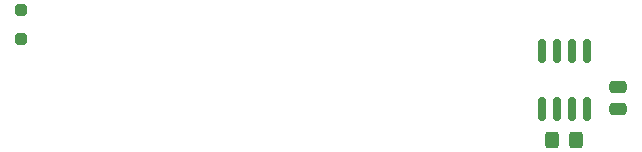
<source format=gbr>
%TF.GenerationSoftware,KiCad,Pcbnew,7.0.1*%
%TF.CreationDate,2023-11-05T12:29:06-07:00*%
%TF.ProjectId,ABSIS_HID Bus Master,41425349-535f-4484-9944-20427573204d,3*%
%TF.SameCoordinates,Original*%
%TF.FileFunction,Paste,Top*%
%TF.FilePolarity,Positive*%
%FSLAX46Y46*%
G04 Gerber Fmt 4.6, Leading zero omitted, Abs format (unit mm)*
G04 Created by KiCad (PCBNEW 7.0.1) date 2023-11-05 12:29:06*
%MOMM*%
%LPD*%
G01*
G04 APERTURE LIST*
G04 Aperture macros list*
%AMRoundRect*
0 Rectangle with rounded corners*
0 $1 Rounding radius*
0 $2 $3 $4 $5 $6 $7 $8 $9 X,Y pos of 4 corners*
0 Add a 4 corners polygon primitive as box body*
4,1,4,$2,$3,$4,$5,$6,$7,$8,$9,$2,$3,0*
0 Add four circle primitives for the rounded corners*
1,1,$1+$1,$2,$3*
1,1,$1+$1,$4,$5*
1,1,$1+$1,$6,$7*
1,1,$1+$1,$8,$9*
0 Add four rect primitives between the rounded corners*
20,1,$1+$1,$2,$3,$4,$5,0*
20,1,$1+$1,$4,$5,$6,$7,0*
20,1,$1+$1,$6,$7,$8,$9,0*
20,1,$1+$1,$8,$9,$2,$3,0*%
G04 Aperture macros list end*
%ADD10RoundRect,0.150000X-0.150000X0.825000X-0.150000X-0.825000X0.150000X-0.825000X0.150000X0.825000X0*%
%ADD11RoundRect,0.249999X-0.325001X-0.450001X0.325001X-0.450001X0.325001X0.450001X-0.325001X0.450001X0*%
%ADD12RoundRect,0.250000X0.475000X-0.250000X0.475000X0.250000X-0.475000X0.250000X-0.475000X-0.250000X0*%
%ADD13RoundRect,0.250000X-0.250000X0.250000X-0.250000X-0.250000X0.250000X-0.250000X0.250000X0.250000X0*%
G04 APERTURE END LIST*
D10*
%TO.C,U1*%
X70866000Y44766000D03*
X69596000Y44766000D03*
X68326000Y44766000D03*
X67056000Y44766000D03*
X67056000Y39816000D03*
X68326000Y39816000D03*
X69596000Y39816000D03*
X70866000Y39816000D03*
%TD*%
D11*
%TO.C,R1*%
X67936000Y37211000D03*
X69986000Y37211000D03*
%TD*%
D12*
%TO.C,C1*%
X73533000Y39817000D03*
X73533000Y41717000D03*
%TD*%
D13*
%TO.C,D1*%
X23000000Y48250000D03*
X23000000Y45750000D03*
%TD*%
M02*

</source>
